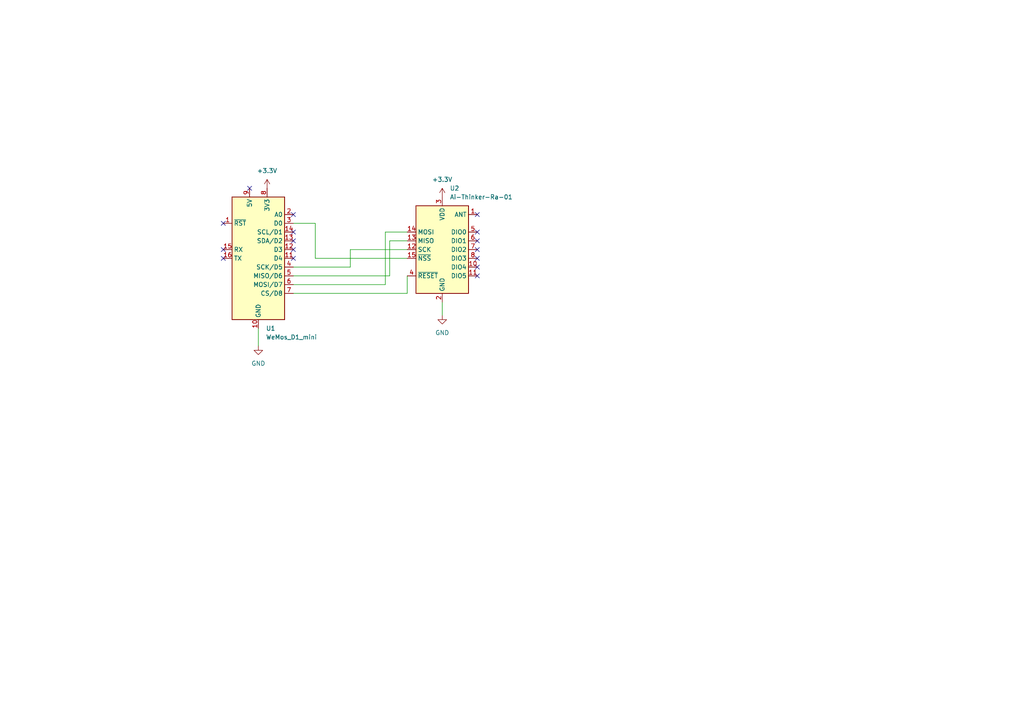
<source format=kicad_sch>
(kicad_sch (version 20230121) (generator eeschema)
  (paper "A4")
  (lib_symbols
    (symbol "MCU_Module:WeMos_D1_mini"
      (property "Reference" "U" (at 3.81 19.05 0))
      (property "Value" "WeMos_D1_mini" (at 1.27 -19.05 0))
      (symbol "WeMos_D1_mini_1_1"
        (rectangle (start -7.62 17.78) (end 7.62 -17.78) (stroke (width 0.254)) (fill (type background)))
        (pin input line (at -10.16 10.16 0) (length 2.54) (name "~{RST}") (number "1"))
        (pin power_in line (at 0 -20.32 90) (length 2.54) (name "GND") (number "10"))
        (pin bidirectional line (at 10.16 0 180) (length 2.54) (name "D4") (number "11"))
        (pin bidirectional line (at 10.16 2.54 180) (length 2.54) (name "D3") (number "12"))
        (pin bidirectional line (at 10.16 5.08 180) (length 2.54) (name "SDA/D2") (number "13"))
        (pin bidirectional line (at 10.16 7.62 180) (length 2.54) (name "SCL/D1") (number "14"))
        (pin input line (at -10.16 2.54 0) (length 2.54) (name "RX") (number "15"))
        (pin output line (at -10.16 0 0) (length 2.54) (name "TX") (number "16"))
        (pin input line (at 10.16 12.7 180) (length 2.54) (name "A0") (number "2"))
        (pin bidirectional line (at 10.16 10.16 180) (length 2.54) (name "D0") (number "3"))
        (pin bidirectional line (at 10.16 -2.54 180) (length 2.54) (name "SCK/D5") (number "4"))
        (pin bidirectional line (at 10.16 -5.08 180) (length 2.54) (name "MISO/D6") (number "5"))
        (pin bidirectional line (at 10.16 -7.62 180) (length 2.54) (name "MOSI/D7") (number "6"))
        (pin bidirectional line (at 10.16 -10.16 180) (length 2.54) (name "CS/D8") (number "7"))
        (pin power_out line (at 2.54 20.32 270) (length 2.54) (name "3V3") (number "8"))
        (pin power_in line (at -2.54 20.32 270) (length 2.54) (name "5V") (number "9"))
      )
    )
    (symbol "RF_Module:Ai-Thinker-Ra-01"
      (property "Reference" "U" (at 2.54 17.78 0))
      (property "Value" "Ai-Thinker-Ra-01" (at 13.97 -15.24 0))
      (symbol "Ai-Thinker-Ra-01_0_1"
        (rectangle (start -7.62 12.7) (end 7.62 -12.7) (stroke (width 0.254)) (fill (type background)))
      )
      (symbol "Ai-Thinker-Ra-01_1_1"
        (pin passive line (at 10.16 10.16 180) (length 2.54) (name "ANT") (number "1"))
        (pin bidirectional line (at 10.16 -5.08 180) (length 2.54) (name "DIO4") (number "10"))
        (pin bidirectional line (at 10.16 -7.62 180) (length 2.54) (name "DIO5") (number "11"))
        (pin input line (at -10.16 0 0) (length 2.54) (name "SCK") (number "12"))
        (pin output line (at -10.16 2.54 0) (length 2.54) (name "MISO") (number "13"))
        (pin input line (at -10.16 5.08 0) (length 2.54) (name "MOSI") (number "14"))
        (pin input line (at -10.16 -2.54 0) (length 2.54) (name "~{NSS}") (number "15"))
        (pin passive line (at 0 -15.24 90) (length 2.54) hide (name "GND") (number "16"))
        (pin power_in line (at 0 -15.24 90) (length 2.54) (name "GND") (number "2"))
        (pin power_in line (at 0 15.24 270) (length 2.54) (name "VDD") (number "3"))
        (pin input line (at -10.16 -7.62 0) (length 2.54) (name "~{RESET}") (number "4"))
        (pin bidirectional line (at 10.16 5.08 180) (length 2.54) (name "DIO0") (number "5"))
        (pin bidirectional line (at 10.16 2.54 180) (length 2.54) (name "DIO1") (number "6"))
        (pin bidirectional line (at 10.16 0 180) (length 2.54) (name "DIO2") (number "7"))
        (pin bidirectional line (at 10.16 -2.54 180) (length 2.54) (name "DIO3") (number "8"))
        (pin passive line (at 0 -15.24 90) (length 2.54) hide (name "GND") (number "9"))
      )
    )
    (symbol "power:+3.3V" (power) (pin_names (offset 0))
      (property "Value" "+3.3V" (at 0 3.556 0))
      (symbol "+3.3V_0_1"
        (polyline (pts (xy -0.762 1.27) (xy 0 2.54)))
        (polyline (pts (xy 0 0) (xy 0 2.54)))
        (polyline (pts (xy 0 2.54) (xy 0.762 1.27)))
      )
      (symbol "+3.3V_1_1"
        (pin power_in line (at 0 0 90) (length 0) hide (name "+3.3V") (number "1"))
      )
    )
    (symbol "power:GND" (power) (pin_names (offset 0))
      (property "Value" "GND" (at 0 -3.81 0))
      (symbol "GND_0_1"
        (polyline (pts (xy 0 0) (xy 0 -1.27) (xy 1.27 -1.27) (xy 0 -2.54) (xy -1.27 -1.27) (xy 0 -1.27)))
      )
      (symbol "GND_1_1"
        (pin power_in line (at 0 0 270) (length 0) hide (name "GND") (number "1"))
      )
    )
  )
  (no_connect (at 64.77 74.93))
  (no_connect (at 64.77 64.77))
  (no_connect (at 138.43 77.47))
  (no_connect (at 138.43 62.23))
  (no_connect (at 64.77 72.39))
  (no_connect (at 85.09 67.31))
  (no_connect (at 138.43 72.39))
  (no_connect (at 138.43 80.01))
  (no_connect (at 72.39 54.61))
  (no_connect (at 85.09 72.39))
  (no_connect (at 138.43 74.93))
  (no_connect (at 138.43 69.85))
  (no_connect (at 85.09 74.93))
  (no_connect (at 85.09 62.23))
  (no_connect (at 85.09 69.85))
  (no_connect (at 138.43 67.31))
  (wire (pts (xy 101.6 77.47) (xy 85.09 77.47)))
  (wire (pts (xy 101.6 72.39) (xy 101.6 77.47)))
  (wire (pts (xy 74.93 95.25) (xy 74.93 100.33)))
  (wire (pts (xy 91.44 74.93) (xy 91.44 64.77)))
  (wire (pts (xy 85.09 85.09) (xy 118.11 85.09)))
  (wire (pts (xy 91.44 64.77) (xy 85.09 64.77)))
  (wire (pts (xy 111.76 67.31) (xy 118.11 67.31)))
  (wire (pts (xy 85.09 82.55) (xy 111.76 82.55)))
  (wire (pts (xy 113.03 69.85) (xy 113.03 80.01)))
  (wire (pts (xy 118.11 74.93) (xy 91.44 74.93)))
  (wire (pts (xy 111.76 82.55) (xy 111.76 67.31)))
  (wire (pts (xy 118.11 80.01) (xy 118.11 85.09)))
  (wire (pts (xy 113.03 80.01) (xy 85.09 80.01)))
  (wire (pts (xy 118.11 69.85) (xy 113.03 69.85)))
  (wire (pts (xy 118.11 72.39) (xy 101.6 72.39)))
  (wire (pts (xy 128.27 87.63) (xy 128.27 91.44)))
  (symbol (lib_id "power:GND") (at 74.93 100.33 0) (unit 1)
    (property "Reference" "#PWR01" (effects hide))
    (property "Value" "GND" (at 74.93 105.41 0))
  )
  (symbol (lib_id "power:GND") (at 128.27 91.44 0) (unit 1)
    (property "Reference" "#PWR02" (effects hide))
    (property "Value" "GND" (at 128.27 96.52 0))
  )
  (symbol (lib_id "RF_Module:Ai-Thinker-Ra-01") (at 128.27 72.39 0) (unit 1)
    (property "Reference" "U2" (at 130.4641 54.61 0) (effects (justify left)))
    (property "Value" "Ai-Thinker-Ra-01" (at 130.4641 57.15 0) (effects (justify left)))
    (property "Footprint" "RF_Module:Ai-Thinker-Ra-01-LoRa" (effects hide))
    (property "Datasheet" "http://wiki.ai-thinker.com/_media/lora/docs/c047ps01a1_ra-01_product_specification_v1.1.pdf" (effects hide))
  )
  (symbol (lib_id "power:+3.3V") (at 128.27 57.15 0) (unit 1)
    (property "Reference" "#PWR04" (effects hide))
    (property "Value" "+3.3V" (at 128.27 52.07 0))
  )
  (symbol (lib_id "power:+3.3V") (at 77.47 54.61 0) (unit 1)
    (property "Reference" "#PWR03" (effects hide))
    (property "Value" "+3.3V" (at 77.47 49.53 0))
  )
  (symbol (lib_id "MCU_Module:WeMos_D1_mini") (at 74.93 74.93 0) (unit 1)
    (property "Reference" "U1" (at 77.1241 95.25 0) (effects (justify left)))
    (property "Value" "WeMos_D1_mini" (at 77.1241 97.79 0) (effects (justify left)))
    (property "Footprint" "Module:WEMOS_D1_mini_light" (effects hide))
    (property "Datasheet" "https://wiki.wemos.cc/products:d1:d1_mini#documentation" (effects hide))
  )
)
</source>
